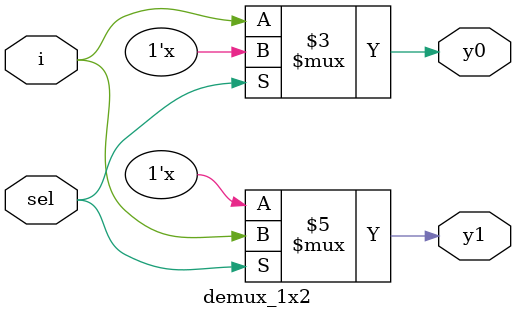
<source format=v>
`timescale 1ns / 1ps


module demux_1x2(
    input i,
    input sel,
    output reg y0,y1
    );
    
    always @(*) begin
    case(sel)
        1'b0 : y0 = i;
        1'b1 : y1 = i;
    endcase
    end
endmodule

</source>
